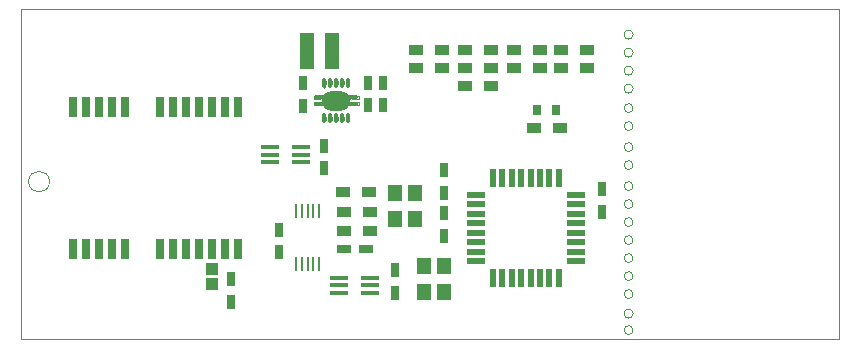
<source format=gbr>
G04 #@! TF.GenerationSoftware,KiCad,Pcbnew,(5.1.0)-1*
G04 #@! TF.CreationDate,2019-05-20T22:37:16-04:00*
G04 #@! TF.ProjectId,PicoTrackerWSPR1Rev5,5069636f-5472-4616-936b-657257535052,rev?*
G04 #@! TF.SameCoordinates,Original*
G04 #@! TF.FileFunction,Paste,Top*
G04 #@! TF.FilePolarity,Positive*
%FSLAX46Y46*%
G04 Gerber Fmt 4.6, Leading zero omitted, Abs format (unit mm)*
G04 Created by KiCad (PCBNEW (5.1.0)-1) date 2019-05-20 22:37:16*
%MOMM*%
%LPD*%
G04 APERTURE LIST*
%ADD10C,0.100000*%
%ADD11C,0.066040*%
%ADD12O,3.799840X0.279400*%
%ADD13O,2.397760X1.648460*%
%ADD14O,0.279400X0.848360*%
%ADD15R,0.750000X1.200000*%
%ADD16R,1.200000X0.750000*%
%ADD17R,1.200000X0.900000*%
%ADD18R,1.000000X1.000000*%
%ADD19R,1.143000X3.048000*%
%ADD20R,1.500000X0.400000*%
%ADD21R,0.797560X1.798320*%
%ADD22R,0.248920X1.300000*%
%ADD23R,0.550000X1.600000*%
%ADD24R,1.600000X0.550000*%
%ADD25R,1.193800X1.397000*%
%ADD26R,0.635000X0.863600*%
G04 APERTURE END LIST*
D10*
X53975000Y-62230000D02*
X53975000Y-63500000D01*
X123190000Y-62230000D02*
X123190000Y-63500000D01*
X53975000Y-90170000D02*
X53975000Y-63500000D01*
X123190000Y-90170000D02*
X53975000Y-90170000D01*
X123190000Y-63500000D02*
X123190000Y-90170000D01*
X53975000Y-62230000D02*
X123190000Y-62230000D01*
X105791021Y-89408000D02*
G75*
G03X105791021Y-89408000I-381021J0D01*
G01*
X105791021Y-64389000D02*
G75*
G03X105791021Y-64389000I-381021J0D01*
G01*
X105791021Y-65913000D02*
G75*
G03X105791021Y-65913000I-381021J0D01*
G01*
X105791021Y-67437000D02*
G75*
G03X105791021Y-67437000I-381021J0D01*
G01*
X105791021Y-68961000D02*
G75*
G03X105791021Y-68961000I-381021J0D01*
G01*
X105791021Y-70612000D02*
G75*
G03X105791021Y-70612000I-381021J0D01*
G01*
X105791021Y-72136000D02*
G75*
G03X105791021Y-72136000I-381021J0D01*
G01*
X105791021Y-73914000D02*
G75*
G03X105791021Y-73914000I-381021J0D01*
G01*
X105791021Y-75438000D02*
G75*
G03X105791021Y-75438000I-381021J0D01*
G01*
X105791021Y-77216000D02*
G75*
G03X105791021Y-77216000I-381021J0D01*
G01*
X105791021Y-78740000D02*
G75*
G03X105791021Y-78740000I-381021J0D01*
G01*
X105791021Y-80264000D02*
G75*
G03X105791021Y-80264000I-381021J0D01*
G01*
X105791021Y-81788000D02*
G75*
G03X105791021Y-81788000I-381021J0D01*
G01*
X105791021Y-83312000D02*
G75*
G03X105791021Y-83312000I-381021J0D01*
G01*
X105791021Y-86360000D02*
G75*
G03X105791021Y-86360000I-381021J0D01*
G01*
X105791021Y-84836000D02*
G75*
G03X105791021Y-84836000I-381021J0D01*
G01*
X105791021Y-88011000D02*
G75*
G03X105791021Y-88011000I-381021J0D01*
G01*
X56388000Y-76835000D02*
G75*
G03X56388000Y-76835000I-889000J0D01*
G01*
X81757520Y-71140320D02*
G75*
G03X81757520Y-71140320I-114300J0D01*
G01*
X81257140Y-71140320D02*
G75*
G03X81257140Y-71140320I-114300J0D01*
G01*
X80759300Y-71140320D02*
G75*
G03X80759300Y-71140320I-114300J0D01*
G01*
X80261460Y-71140320D02*
G75*
G03X80261460Y-71140320I-114300J0D01*
G01*
X79761080Y-71140320D02*
G75*
G03X79761080Y-71140320I-114300J0D01*
G01*
X79761080Y-68813680D02*
G75*
G03X79761080Y-68813680I-114300J0D01*
G01*
X80261460Y-68813680D02*
G75*
G03X80261460Y-68813680I-114300J0D01*
G01*
X80759300Y-68813680D02*
G75*
G03X80759300Y-68813680I-114300J0D01*
G01*
X81257140Y-68813680D02*
G75*
G03X81257140Y-68813680I-114300J0D01*
G01*
X81757520Y-68813680D02*
G75*
G03X81757520Y-68813680I-114300J0D01*
G01*
D11*
X79321660Y-70126860D02*
X79321660Y-70375780D01*
X79321660Y-70375780D02*
X78745080Y-70375780D01*
X78745080Y-70126860D02*
X78745080Y-70375780D01*
X79321660Y-70126860D02*
X78745080Y-70126860D01*
X79321660Y-69578220D02*
X79321660Y-69827140D01*
X79321660Y-69827140D02*
X78745080Y-69827140D01*
X78745080Y-69578220D02*
X78745080Y-69827140D01*
X79321660Y-69578220D02*
X78745080Y-69578220D01*
X81300320Y-71368920D02*
X81300320Y-71597520D01*
X81485740Y-71368920D02*
X81485740Y-71597520D01*
X80802480Y-71368920D02*
X80802480Y-71597520D01*
X80985360Y-71368920D02*
X80985360Y-71597520D01*
X80304640Y-71368920D02*
X80304640Y-71597520D01*
X80487520Y-71368920D02*
X80487520Y-71597520D01*
X79804260Y-71368920D02*
X79804260Y-71597520D01*
X79989680Y-71368920D02*
X79989680Y-71597520D01*
X79989680Y-68356480D02*
X79989680Y-68585080D01*
X80487520Y-68356480D02*
X80487520Y-68585080D01*
X79804260Y-68356480D02*
X79804260Y-68585080D01*
X80985360Y-68356480D02*
X80985360Y-68585080D01*
X80304640Y-68356480D02*
X80304640Y-68585080D01*
X81485740Y-68356480D02*
X81485740Y-68585080D01*
X80802480Y-68356480D02*
X80802480Y-68585080D01*
X81300320Y-68356480D02*
X81300320Y-68585080D01*
X80495140Y-70126860D02*
X80495140Y-70774560D01*
X80495140Y-70126860D02*
X79471520Y-70126860D01*
X80495140Y-69179440D02*
X80495140Y-69827140D01*
X80495140Y-69827140D02*
X79471520Y-69827140D01*
X81818480Y-69827140D02*
X80794860Y-69827140D01*
X80794860Y-69179440D02*
X80794860Y-69827140D01*
X80794860Y-70126860D02*
X80794860Y-70774560D01*
X81818480Y-70126860D02*
X80794860Y-70126860D01*
X82544920Y-69578220D02*
X82544920Y-69827140D01*
X82544920Y-69827140D02*
X81968340Y-69827140D01*
X81968340Y-69578220D02*
X81968340Y-69827140D01*
X82544920Y-69578220D02*
X81968340Y-69578220D01*
X82544920Y-70126860D02*
X82544920Y-70375780D01*
X82544920Y-70375780D02*
X81968340Y-70375780D01*
X81968340Y-70126860D02*
X81968340Y-70375780D01*
X82544920Y-70126860D02*
X81968340Y-70126860D01*
D12*
X80645000Y-69702680D03*
X80645000Y-70251320D03*
D13*
X80645000Y-69977000D03*
D14*
X81643220Y-71450200D03*
X81142840Y-71450200D03*
X80645000Y-71450200D03*
X80147160Y-71450200D03*
X79646780Y-71450200D03*
X79646780Y-68503800D03*
X80147160Y-68503800D03*
X80645000Y-68503800D03*
X81142840Y-68503800D03*
X81643220Y-68503800D03*
D15*
X103124000Y-77475000D03*
X103124000Y-79375000D03*
X77851000Y-68519000D03*
X77851000Y-70419000D03*
X83312000Y-70358000D03*
X83312000Y-68458000D03*
X84582000Y-68458000D03*
X84582000Y-70358000D03*
X71755000Y-85095000D03*
X71755000Y-86995000D03*
X79629000Y-73787000D03*
X79629000Y-75687000D03*
D16*
X81280000Y-82550000D03*
X83180000Y-82550000D03*
D15*
X85598000Y-86228000D03*
X85598000Y-84328000D03*
X89789000Y-75885000D03*
X89789000Y-77785000D03*
X75819000Y-80899000D03*
X75819000Y-82799000D03*
D17*
X97917000Y-65659000D03*
X95717000Y-65659000D03*
X95717000Y-67183000D03*
X97917000Y-67183000D03*
D18*
X70104000Y-85471000D03*
X70104000Y-84201000D03*
D19*
X80327500Y-65786000D03*
X78168500Y-65786000D03*
D20*
X77717000Y-73899000D03*
X77717000Y-74549000D03*
X77717000Y-75199000D03*
X75057000Y-75199000D03*
X75057000Y-74549000D03*
X75057000Y-73899000D03*
X80899000Y-84963000D03*
X80899000Y-85613000D03*
X80899000Y-86263000D03*
X83559000Y-86263000D03*
X83559000Y-85613000D03*
X83559000Y-84963000D03*
D21*
X72336660Y-70553580D03*
X71236840Y-70553580D03*
X70137020Y-70553580D03*
X69037200Y-70553580D03*
X67937380Y-70553580D03*
X66837560Y-70553580D03*
X65735200Y-70553580D03*
X62738000Y-70553580D03*
X61638180Y-70553580D03*
X60538360Y-70553580D03*
X59438540Y-70553580D03*
X58338720Y-70553580D03*
X58338720Y-82550000D03*
X59438540Y-82550000D03*
X60538360Y-82550000D03*
X61638180Y-82550000D03*
X62738000Y-82550000D03*
X65735200Y-82550000D03*
X66837560Y-82550000D03*
X67937380Y-82550000D03*
X69037200Y-82550000D03*
X70137020Y-82550000D03*
X71236840Y-82550000D03*
X72336660Y-82550000D03*
D22*
X79230220Y-79284000D03*
X78729840Y-79284000D03*
X78232000Y-79284000D03*
X77734160Y-79284000D03*
X77233780Y-79284000D03*
X77233780Y-83784000D03*
X77734160Y-83784000D03*
X78232000Y-83784000D03*
X78729840Y-83784000D03*
X79230220Y-83784000D03*
D17*
X101895000Y-65659000D03*
X99695000Y-65659000D03*
X99695000Y-67183000D03*
X101895000Y-67183000D03*
X93726000Y-65659000D03*
X91526000Y-65659000D03*
X91526000Y-67183000D03*
X93726000Y-67183000D03*
D23*
X93915000Y-76503000D03*
X94715000Y-76503000D03*
X95515000Y-76503000D03*
X96315000Y-76503000D03*
X97115000Y-76503000D03*
X97915000Y-76503000D03*
X98715000Y-76503000D03*
X99515000Y-76503000D03*
D24*
X100965000Y-77953000D03*
X100965000Y-78753000D03*
X100965000Y-79553000D03*
X100965000Y-80353000D03*
X100965000Y-81153000D03*
X100965000Y-81953000D03*
X100965000Y-82753000D03*
X100965000Y-83553000D03*
D23*
X99515000Y-85003000D03*
X98715000Y-85003000D03*
X97915000Y-85003000D03*
X97115000Y-85003000D03*
X96315000Y-85003000D03*
X95515000Y-85003000D03*
X94715000Y-85003000D03*
X93915000Y-85003000D03*
D24*
X92465000Y-83553000D03*
X92465000Y-82753000D03*
X92465000Y-81953000D03*
X92465000Y-81153000D03*
X92465000Y-80353000D03*
X92465000Y-79553000D03*
X92465000Y-78753000D03*
X92465000Y-77953000D03*
D17*
X89576000Y-65659000D03*
X87376000Y-65659000D03*
X87376000Y-67183000D03*
X89576000Y-67183000D03*
D15*
X89789000Y-79507000D03*
X89789000Y-81407000D03*
D17*
X99609000Y-72263000D03*
X97409000Y-72263000D03*
X93726000Y-68707000D03*
X91526000Y-68707000D03*
X81280000Y-81026000D03*
X83480000Y-81026000D03*
X81280000Y-79375000D03*
X83480000Y-79375000D03*
X81239000Y-77724000D03*
X83439000Y-77724000D03*
D25*
X89789000Y-86156800D03*
X89789000Y-83947000D03*
X88087200Y-83947000D03*
X88087200Y-86156800D03*
X85598000Y-80010000D03*
X85598000Y-77800200D03*
X87299800Y-77800200D03*
X87299800Y-80010000D03*
D26*
X97624900Y-70739000D03*
X99225100Y-70739000D03*
M02*

</source>
